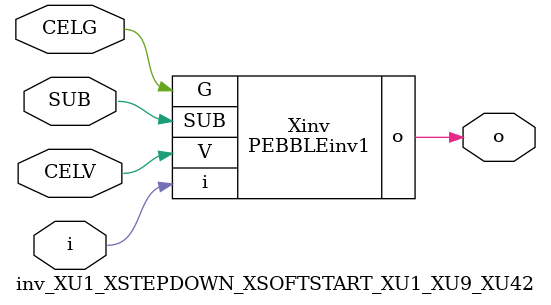
<source format=v>



module PEBBLEinv1 ( o, G, SUB, V, i );

  input V;
  input i;
  input G;
  output o;
  input SUB;
endmodule

//Celera Confidential Do Not Copy inv_XU1_XSTEPDOWN_XSOFTSTART_XU1_XU9_XU42
//Celera Confidential Symbol Generator
//5V Inverter
module inv_XU1_XSTEPDOWN_XSOFTSTART_XU1_XU9_XU42 (CELV,CELG,i,o,SUB);
input CELV;
input CELG;
input i;
input SUB;
output o;

//Celera Confidential Do Not Copy inv
PEBBLEinv1 Xinv(
.V (CELV),
.i (i),
.o (o),
.SUB (SUB),
.G (CELG)
);
//,diesize,PEBBLEinv1

//Celera Confidential Do Not Copy Module End
//Celera Schematic Generator
endmodule

</source>
